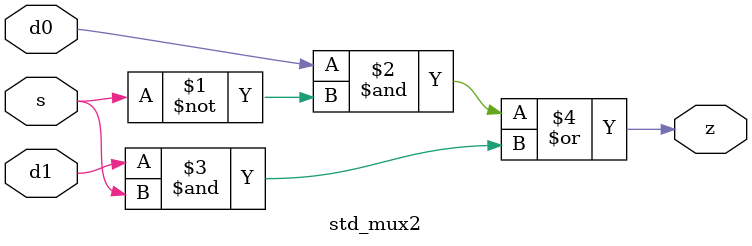
<source format=sv>

module std_mux2 #(parameter DW = 1 ) // array width
(
	input [DW-1:0]  d0,
	input [DW-1:0]  d1,
	input [DW-1:0]  s,
	output [DW-1:0] z
);

assign z = (d0 & ~s) | (d1 & s);

endmodule

</source>
